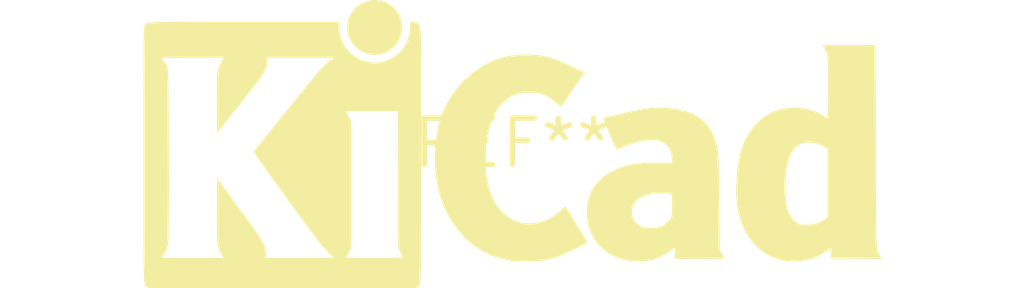
<source format=kicad_pcb>
(kicad_pcb (version 20240108) (generator pcbnew)
  (layers (0 "F.Cu" signal) (31 "B.Cu" signal) (34 "B.Paste" user) (35 "F.Paste" user) (36 "B.SilkS" user "B.Silkscreen") (37 "F.SilkS" user "F.Silkscreen") (38 "B.Mask" user) (39 "F.Mask" user) (44 "Edge.Cuts" user))
  (net 0 "")
  (footprint "KiCad-Logo_8mm_SilkScreen" (layer "F.Cu") (at 0 0)
    (property "Reference" "REF**")
    (property "Value" "KiCad-Logo_8mm_SilkScreen")
    (fp_poly (pts (xy -3.602318 -3.916067) (xy -3.466071 -3.868828) (xy -3.339221 -3.794473) (xy -3.225933 -3.693013) (xy -3.130372 -3.564457) (xy -3.087446 -3.483428) (xy -3.050295 -3.370092) (xy -3.032288 -3.239249) (xy -3.034283 -3.104735) (xy -3.056423 -2.982842) (xy -3.116936 -2.833893) (xy -3.204686 -2.704691) (xy -3.315212 -2.597777) (xy -3.444054 -2.515694) (xy -3.586753 -2.460984) (xy -3.738849 -2.43619) (xy -3.895881 -2.443853) (xy -3.973286 -2.460228) (xy -4.124141 -2.518911) (xy -4.258125 -2.608457) (xy -4.372006 -2.726107) (xy -4.462552 -2.869098) (xy -4.470212 -2.884714) (xy -4.496694 -2.943314) (xy -4.513322 -2.992666) (xy -4.52235 -3.04473) (xy -4.526032 -3.111461) (xy -4.526643 -3.184071) (xy -4.525633 -3.271309) (xy -4.521072 -3.334376) (xy -4.510666 -3.385364) (xy -4.492121 -3.436367) (xy -4.46923 -3.486687) (xy -4.383846 -3.62953) (xy -4.278699 -3.74519) (xy -4.157955 -3.833675) (xy -4.025779 -3.894995) (xy -3.886337 -3.929161) (xy -3.743795 -3.936182) (xy -3.602318 -3.916067)) (layer "F.SilkS") (stroke (width 0.01)) (fill solid))
    (fp_poly (pts (xy 0.581378 -2.430769) (xy 0.777019 -2.409351) (xy 0.966562 -2.371015) (xy 1.157717 -2.313762) (xy 1.358196 -2.235591) (xy 1.575708 -2.134504) (xy 1.61488 -2.114924) (xy 1.704772 -2.070638) (xy 1.789553 -2.030761) (xy 1.860855 -1.999102) (xy 1.91031 -1.979468) (xy 1.917908 -1.976996) (xy 1.990714 -1.955183) (xy 1.664803 -1.481056) (xy 1.585123 -1.365177) (xy 1.512272 -1.259306) (xy 1.44873 -1.167038) (xy 1.396972 -1.091967) (xy 1.359477 -1.037687) (xy 1.338723 -1.007793) (xy 1.335351 -1.003059) (xy 1.321655 -1.012958) (xy 1.287943 -1.042715) (xy 1.240244 -1.086927) (xy 1.21392 -1.111916) (xy 1.064772 -1.230544) (xy 0.897268 -1.320687) (xy 0.752928 -1.370064) (xy 0.666283 -1.385571) (xy 0.557796 -1.395021) (xy 0.440227 -1.398239) (xy 0.326334 -1.395049) (xy 0.228879 -1.385276) (xy 0.18999 -1.377791) (xy 0.014712 -1.317488) (xy -0.143235 -1.22541) (xy -0.283732 -1.101727) (xy -0.406665 -0.946607) (xy -0.511915 -0.760219) (xy -0.599365 -0.54273) (xy -0.6689 -0.294308) (xy -0.710225 -0.081643) (xy -0.721006 0.012241) (xy -0.728352 0.133524) (xy -0.732333 0.273493) (xy -0.733021 0.423431) (xy -0.730486 0.574622) (xy -0.7248 0.718351) (xy -0.716033 0.845903) (xy -0.704256 0.948562) (xy -0.701707 0.964401) (xy -0.645519 1.219536) (xy -0.568964 1.445342) (xy -0.471574 1.642831) (xy -0.352886 1.813014) (xy -0.268637 1.905022) (xy -0.11723 2.029943) (xy 0.048817 2.12254) (xy 0.226701 2.182309) (xy 0.413622 2.208746) (xy 0.606778 2.201348) (xy 0.803369 2.159611) (xy 0.919597 2.118771) (xy 1.080438 2.03699) (xy 1.246213 1.919678) (xy 1.339073 1.840345) (xy 1.391214 1.794429) (xy 1.43218 1.760742) (xy 1.455498 1.74451) (xy 1.458393 1.744015) (xy 1.4688 1.760601) (xy 1.495767 1.804432) (xy 1.536996 1.871748) (xy 1.590189 1.958794) (xy 1.65305 2.06181) (xy 1.723281 2.177041) (xy 1.762372 2.241231) (xy 2.060964 2.731677) (xy 1.688161 2.915915) (xy 1.553369 2.982093) (xy 1.444175 3.034278) (xy 1.353907 3.07506) (xy 1.275888 3.107033) (xy 1.203444 3.132787) (xy 1.129901 3.154914) (xy 1.048584 3.176007) (xy 0.970643 3.19453) (xy 0.901366 3.208863) (xy 0.828917 3.219694) (xy 0.746042 3.227626) (xy 0.645488 3.233258) (xy 0.520003 3.237192) (xy 0.435428 3.238891) (xy 0.314754 3.24005) (xy 0.199042 3.239465) (xy 0.095951 3.237304) (xy 0.013138 3.233732) (xy -0.04174 3.228917) (xy -0.044992 3.228437) (xy -0.329957 3.166786) (xy -0.597558 3.073285) (xy -0.847703 2.947993) (xy -1.080296 2.790974) (xy -1.295243 2.602289) (xy -1.49245 2.382) (xy -1.635273 2.186214) (xy -1.78732 1.929949) (xy -1.910227 1.659317) (xy -2.00459 1.372149) (xy -2.071001 1.066276) (xy -2.110056 0.739528) (xy -2.12236 0.407739) (xy -2.112241 0.086779) (xy -2.080439 -0.209354) (xy -2.025946 -0.485655) (xy -1.94775 -0.747119) (xy -1.844841 -0.998742) (xy -1.832553 -1.02481) (xy -1.69718 -1.268493) (xy -1.530911 -1.500382) (xy -1.338459 -1.715677) (xy -1.124534 -1.909578) (xy -0.893845 -2.077285) (xy -0.678891 -2.200304) (xy -0.461742 -2.296655) (xy -0.244132 -2.366449) (xy -0.017638 -2.411587) (xy 0.226166 -2.433969) (xy 0.371928 -2.437269) (xy 0.581378 -2.430769)) (layer "F.SilkS") (stroke (width 0.01)) (fill solid))
    (fp_poly (pts (xy 9.041571 -2.699911) (xy 9.195876 -2.699277) (xy 9.248321 -2.698958) (xy 9.9695 -2.694214) (xy 9.978571 0.072572) (xy 9.979769 0.447756) (xy 9.980832 0.788417) (xy 9.981827 1.096318) (xy 9.982823 1.373221) (xy 9.983888 1.620888) (xy 9.985091 1.841081) (xy 9.986499 2.035562) (xy 9.988182 2.206094) (xy 9.990206 2.35444) (xy 9.992641 2.482361) (xy 9.995554 2.59162) (xy 9.999015 2.683979) (xy 10.00309 2.7612) (xy 10.007849 2.825046) (xy 10.01336 2.877278) (xy 10.019691 2.91966) (xy 10.02691 2.953953) (xy 10.035085 2.98192) (xy 10.044285 3.005324) (xy 10.054577 3.025925) (xy 10.066031 3.045487) (xy 10.078715 3.065772) (xy 10.092695 3.088543) (xy 10.095561 3.093393) (xy 10.14364 3.175433) (xy 8.753928 3.165929) (xy 8.744857 3.013295) (xy 8.739918 2.940045) (xy 8.734771 2.897696) (xy 8.727786 2.880892) (xy 8.717337 2.884277) (xy 8.708571 2.89396) (xy 8.670388 2.929229) (xy 8.608155 2.974563) (xy 8.530641 3.024546) (xy 8.446613 3.073761) (xy 8.364839 3.116791) (xy 8.302052 3.145101) (xy 8.154954 3.191624) (xy 7.98618 3.224579) (xy 7.808191 3.242707) (xy 7.633447 3.24475) (xy 7.474407 3.229447) (xy 7.471788 3.229009) (xy 7.254168 3.174402) (xy 7.050455 3.087401) (xy 6.862613 2.969876) (xy 6.692607 2.823697) (xy 6.542402 2.650734) (xy 6.413964 2.452857) (xy 6.309257 2.231936) (xy 6.252246 2.068286) (xy 6.214651 1.931375) (xy 6.186771 1.798798) (xy 6.167753 1.662502) (xy 6.156745 1.514433) (xy 6.152895 1.346537) (xy 6.1546 1.20944) (xy 7.493359 1.20944) (xy 7.499694 1.439329) (xy 7.519679 1.637111) (xy 7.553927 1.804539) (xy 7.603055 1.943369) (xy 7.667676 2.055358) (xy 7.748405 2.142259) (xy 7.841591 2.203692) (xy 7.89008 2.226626) (xy 7.932134 2.240375) (xy 7.97902 2.246666) (xy 8.042004 2.247222) (xy 8.109857 2.244773) (xy 8.243295 2.233004) (xy 8.348832 2.209955) (xy 8.382 2.19841) (xy 8.457735 2.164311) (xy 8.537614 2.121491) (xy 8.5725 2.100057) (xy 8.663214 2.040556) (xy 8.663214 0.154584) (xy 8.563428 0.094771) (xy 8.424267 0.027185) (xy 8.282087 -0.012786) (xy 8.14209 -0.025378) (xy 8.009474 -0.010827) (xy 7.88944 0.030632) (xy 7.787188 0.098763) (xy 7.754195 0.131466) (xy 7.674667 0.238619) (xy 7.610299 0.368327) (xy 7.560553 0.522814) (xy 7.524891 0.704302) (xy 7.502775 0.915015) (xy 7.493667 1.157175) (xy 7.493359 1.20944) (xy 6.1546 1.20944) (xy 6.15531 1.152374) (xy 6.170605 0.853713) (xy 6.201358 0.584325) (xy 6.248381 0.340285) (xy 6.312482 0.11767) (xy 6.394472 -0.087444) (xy 6.42373 -0.148254) (xy 6.541581 -0.34656) (xy 6.683996 -0.522788) (xy 6.847629 -0.674092) (xy 7.029131 -0.797629) (xy 7.225153 -0.890553) (xy 7.342655 -0.928885) (xy 7.458054 -0.951641) (xy 7.596907 -0.96518) (xy 7.747574 -0.969508) (xy 7.898413 -0.964632) (xy 8.037785 -0.950556) (xy 8.149691 -0.928475) (xy 8.282884 -0.885172) (xy 8.411979 -0.829489) (xy 8.524928 -0.767064) (xy 8.585043 -0.724697) (xy 8.62651 -0.693193) (xy 8.655545 -0.67401) (xy 8.66215 -0.671286) (xy 8.664198 -0.688837) (xy 8.666107 -0.739125) (xy 8.667836 -0.8186) (xy 8.669341 -0.923714) (xy 8.670581 -1.050917) (xy 8.671513 -1.196661) (xy 8.672095 -1.357397) (xy 8.672286 -1.521116) (xy 8.672179 -1.730812) (xy 8.671658 -1.907604) (xy 8.670416 -2.054874) (xy 8.668148 -2.176003) (xy 8.66455 -2.274373) (xy 8.659317 -2.353366) (xy 8.652144 -2.416362) (xy 8.642726 -2.466745) (xy 8.630758 -2.507895) (xy 8.615935 -2.543194) (xy 8.597952 -2.576023) (xy 8.576505 -2.609765) (xy 8.573745 -2.613943) (xy 8.546083 -2.657644) (xy 8.529382 -2.687695) (xy 8.527143 -2.694033) (xy 8.544643 -2.696033) (xy 8.594574 -2.69766) (xy 8.673085 -2.698888) (xy 8.776323 -2.699689) (xy 8.900436 -2.700039) (xy 9.041571 -2.699911)) (layer "F.SilkS") (stroke (width 0.01)) (fill solid))
    (fp_poly (pts (xy 4.185632 -0.97227) (xy 4.275523 -0.965465) (xy 4.532715 -0.931247) (xy 4.760485 -0.876669) (xy 4.959943 -0.80098) (xy 5.132197 -0.70343) (xy 5.278359 -0.583268) (xy 5.399536 -0.439742) (xy 5.496839 -0.272102) (xy 5.567891 -0.090714) (xy 5.585927 -0.032854) (xy 5.601632 0.021329) (xy 5.615192 0.074752) (xy 5.626792 0.130333) (xy 5.636617 0.190988) (xy 5.644853 0.259635) (xy 5.651684 0.33919) (xy 5.657295 0.432572) (xy 5.661872 0.542696) (xy 5.6656 0.672481) (xy 5.668665 0.824842) (xy 5.67125 1.002698) (xy 5.673542 1.208965) (xy 5.675725 1.446561) (xy 5.677286 1.632857) (xy 5.687785 2.911929) (xy 5.755821 3.035018) (xy 5.788038 3.094317) (xy 5.812012 3.140377) (xy 5.82345 3.164893) (xy 5.823857 3.166553) (xy 5.806375 3.168454) (xy 5.756574 3.170205) (xy 5.678421 3.171758) (xy 5.575882 3.173062) (xy 5.452922 3.17407) (xy 5.31351 3.174731) (xy 5.161611 3.174997) (xy 5.1435 3.175) (xy 4.463143 3.175) (xy 4.463143 3.020786) (xy 4.461982 2.951094) (xy 4.458887 2.897794) (xy 4.454432 2.869217) (xy 4.452463 2.866572) (xy 4.434455 2.877653) (xy 4.397393 2.906736) (xy 4.349222 2.947579) (xy 4.348141 2.948524) (xy 4.260235 3.013971) (xy 4.149217 3.079688) (xy 4.027631 3.139219) (xy 3.908021 3.186109) (xy 3.855357 3.202133) (xy 3.750551 3.222485) (xy 3.62195 3.235472) (xy 3.481325 3.240909) (xy 3.340448 3.238611) (xy 3.211093 3.228392) (xy 3.120571 3.213689) (xy 2.89858 3.148499) (xy 2.698729 3.055594) (xy 2.522319 2.936126) (xy 2.37065 2.791247) (xy 2.245024 2.62211) (xy 2.146741 2.429867) (xy 2.104341 2.313214) (xy 2.077768 2.199833) (xy 2.060158 2.063722) (xy 2.05201 1.917437) (xy 2.052278 1.896151) (xy 3.279321 1.896151) (xy 3.289496 2.00485) (xy 3.323378 2.095185) (xy 3.386 2.178995) (xy 3.410052 2.203571) (xy 3.495551 2.270011) (xy 3.594373 2.312574) (xy 3.712768 2.333177) (xy 3.837445 2.334694) (xy 3.955698 2.324677) (xy 4.046239 2.305085) (xy 4.08556 2.29037) (xy 4.156432 2.250265) (xy 4.231525 2.193863) (xy 4.300038 2.130561) (xy 4.351172 2.069755) (xy 4.36475 2.047449) (xy 4.375305 2.016212) (xy 4.38281 1.966507) (xy 4.387613 1.893587) (xy 4.390065 1.792703) (xy 4.390571 1.696689) (xy 4.390228 1.58475) (xy 4.388843 1.503809) (xy 4.385881 1.448585) (xy 4.380808 1.413794) (xy 4.37309 1.394154) (xy 4.362192 1.38438) (xy 4.358821 1.382824) (xy 4.329529 1.378029) (xy 4.271756 1.374108) (xy 4.193304 1.371414) (xy 4.101974 1.370299) (xy 4.082143 1.370298) (xy 3.960063 1.372246) (xy 3.865749 1.378041) (xy 3.790807 1.388475) (xy 3.728903 1.403714) (xy 3.575349 1.461784) (xy 3.454932 1.533179) (xy 3.36661 1.619039) (xy 3.309339 1.720507) (xy 3.282078 1.838725) (xy 3.279321 1.896151) (xy 2.052278 1.896151) (xy 2.053823 1.773533) (xy 2.066096 1.644565) (xy 2.07567 1.59246) (xy 2.136801 1.398997) (xy 2.229757 1.220993) (xy 2.352783 1.060155) (xy 2.504124 0.91819) (xy 2.682025 0.796806) (xy 2.884732 0.697709) (xy 3.057071 0.637533) (xy 3.172253 0.605919) (xy 3.282423 0.581354) (xy 3.394719 0.563039) (xy 3.516275 0.550178) (xy 3.654229 0.541972) (xy 3.815715 0.537624) (xy 3.961715 0.5364) (xy 4.394645 0.535215) (xy 4.386351 0.40508) (xy 4.362801 0.263883) (xy 4.312703 0.142518) (xy 4.238191 0.044017) (xy 4.141399 -0.028591) (xy 4.056171 -0.064021) (xy 3.934056 -0.08635) (xy 3.788683 -0.089557) (xy 3.626867 -0.074823) (xy 3.455422 -0.04333) (xy 3.281163 0.00374) (xy 3.110904 0.065203) (xy 2.987176 0.121417) (xy 2.927647 0.150283) (xy 2.882242 0.170443) (xy 2.85915 0.17831) (xy 2.857897 0.178058) (xy 2.849929 0.160437) (xy 2.830031 0.113733) (xy 2.800077 0.042418) (xy 2.761939 -0.049031) (xy 2.717488 -0.156141) (xy 2.672305 -0.265451) (xy 2.491667 -0.70326) (xy 2.620155 -0.724364) (xy 2.675846 -0.734953) (xy 2.759564 -0.752737) (xy 2.864139 -0.776102) (xy 2.982399 -0.803435) (xy 3.107172 -0.833119) (xy 3.156857 -0.845182) (xy 3.371807 -0.895038) (xy 3.559995 -0.932416) (xy 3.728446 -0.958073) (xy 3.884186 -0.972765) (xy 4.03424 -0.977245) (xy 4.185632 -0.97227)) (layer "F.SilkS") (stroke (width 0.01)) (fill solid))
    (fp_poly (pts (xy -7.870089 -3.33834) (xy -7.52054 -3.338293) (xy -7.35783 -3.338286) (xy -4.753429 -3.338285) (xy -4.753429 -3.184762) (xy -4.737043 -2.997937) (xy -4.687588 -2.825633) (xy -4.60462 -2.666825) (xy -4.487695 -2.52049) (xy -4.448136 -2.480968) (xy -4.30583 -2.368862) (xy -4.148922 -2.287101) (xy -3.982072 -2.235647) (xy -3.809939 -2.214463) (xy -3.637185 -2.223513) (xy -3.46847 -2.262758) (xy -3.308454 -2.332162) (xy -3.161798 -2.431689) (xy -3.095932 -2.491735) (xy -2.973192 -2.638957) (xy -2.883188 -2.800853) (xy -2.826706 -2.975573) (xy -2.804529 -3.161265) (xy -2.804234 -3.179533) (xy -2.803072 -3.33828) (xy -2.7333 -3.338283) (xy -2.671405 -3.329882) (xy -2.614865 -3.309444) (xy -2.611128 -3.307333) (xy -2.598358 -3.300707) (xy -2.586632 -3.295546) (xy -2.575906 -3.290349) (xy -2.566139 -3.28361) (xy -2.557288 -3.273829) (xy -2.549311 -3.2595) (xy -2.542165 -3.239122) (xy -2.535808 -3.211192) (xy -2.530198 -3.174205) (xy -2.525293 -3.12666) (xy -2.521049 -3.067053) (xy -2.517424 -2.993881) (xy -2.514377 -2.905641) (xy -2.511864 -2.80083) (xy -2.509844 -2.677945) (xy -2.508274 -2.535483) (xy -2.507112 -2.37194) (xy -2.506314 -2.185814) (xy -2.50584 -1.975602) (xy -2.505646 -1.7398) (xy -2.50569 -1.476906) (xy -2.50593 -1.185416) (xy -2.506323 -0.863828) (xy -2.506827 -0.510638) (xy -2.5074 -0.124343) (xy -2.507999 0.29656) (xy -2.508068 0.34784) (xy -2.508605 0.771426) (xy -2.509061 1.16023) (xy -2.509484 1.515753) (xy -2.509921 1.839498) (xy -2.510422 2.132966) (xy -2.511035 2.397661) (xy -2.511808 2.635085) (xy -2.512789 2.84674) (xy -2.514026 3.034129) (xy -2.515568 3.198754) (xy -2.517463 3.342117) (xy -2.519759 3.46572) (xy -2.522504 3.571067) (xy -2.525747 3.659659) (xy -2.529536 3.733) (xy -2.533919 3.79259) (xy -2.538945 3.839933) (xy -2.544661 3.876531) (xy -2.551116 3.903886) (xy -2.558359 3.923502) (xy -2.566437 3.936879) (xy -2.575398 3.945521) (xy -2.585292 3.95093) (xy -2.596165 3.954608) (xy -2.608067 3.958058) (xy -2.621046 3.962782) (xy -2.624217 3.96422) (xy -2.634181 3.967451) (xy -2.650859 3.97042) (xy -2.675707 3.973137) (xy -2.71018 3.975613) (xy -2.755736 3.977858) (xy -2.81383 3.979883) (xy -2.885919 3.981698) (xy -2.973458 3.983315) (xy -3.077905 3.984743) (xy -3.200715 3.985993) (xy -3.343345 3.987076) (xy -3.507251 3.988002) (xy -3.69389 3.988782) (xy -3.904716 3.989426) (xy -4.141188 3.989946) (xy -4.404761 3.990351) (xy -4.69689 3.990652) (xy -5.019034 3.99086) (xy -5.372647 3.990985) (xy -5.759186 3.991038) (xy -6.180108 3.991029) (xy -6.316456 3.991016) (xy -6.746716 3.990947) (xy -7.142164 3.990834) (xy -7.504273 3.990665) (xy -7.834517 3.99043) (xy -8.134371 3.990116) (xy -8.405308 3.989713) (xy -8.6488 3.989207) (xy -8.866323 3.988589) (xy -9.05935 3.987846) (xy -9.229354 3.986968) (xy -9.37781 3.985941) (xy -9.50619 3.984756) (xy -9.615969 3.9834) (xy -9.70862 3.981862) (xy -9.785617 3.98013) (xy -9.848434 3.978194) (xy -9.898544 3.97604) (xy -9.937421 3.973659) (xy -9.966538 3.971037) (xy -9.987371 3.968165) (xy -10.001391 3.96503) (xy -10.009034 3.962159) (xy -10.022618 3.95643) (xy -10.03509 3.952206) (xy -10.046498 3.947985) (xy -10.056889 3.942268) (xy -10.066309 3.933555) (xy -10.074808 3.920345) (xy -10.08243 3.901137) (xy -10.089225 3.874433) (xy -10.095238 3.83873) (xy -10.100517 3.79253) (xy -10.10511 3.734332) (xy -10.109064 3.662635) (xy -10.112425 3.57594) (xy -10.115241 3.472746) (xy -10.11756 3.351553) (xy -10.119428 3.21086) (xy -10.119916 3.156857) (xy -9.635704 3.156857) (xy -7.924256 3.156857) (xy -7.957187 3.106964) (xy -7.989947 3.055693) (xy -8.017689 3.006869) (xy -8.040807 2.957076) (xy -8.059697 2.902898) (xy -8.074751 2.840916) (xy -8.086367 2.767715) (xy -8.094936 2.679878) (xy -8.100856 2.573988) (xy -8.104519 2.446628) (xy -8.106321 2.294381) (xy -8.106656 2.113832) (xy -8.105919 1.901562) (xy -8.105501 1.822755) (xy -8.100786 0.977911) (xy -7.565572 1.706557) (xy -7.413946 1.913265) (xy -7.282581 2.09326) (xy -7.170057 2.248925) (xy -7.074957 2.382647) (xy -6.995862 2.496809) (xy -6.931353 2.593797) (xy -6.880012 2.675994) (xy -6.84042 2.745786) (xy -6.81116 2.805558) (xy -6.790812 2.857693) (xy -6.777958 2.904576) (xy -6.771181 2.948593) (xy -6.76906 2.992127) (xy -6.770179 3.037564) (xy -6.770464 3.043275) (xy -6.776357 3.156933) (xy -4.900771 3.156857) (xy -5.040278 3.016189) (xy -5.078135 2.977715) (xy -5.114047 2.940279) (xy -5.149593 2.901814) (xy -5.186347 2.860258) (xy -5.225886 2.813545) (xy -5.269786 2.75961) (xy -5.319623 2.69639) (xy -5.376972 2.621818) (xy -5.443411 2.533832) (xy -5.520515 2.430365) (xy -5.609861 2.309354) (xy -5.713024 2.168734) (xy -5.83158 2.00644) (xy -5.967105 1.820407) (xy -6.121177 1.608571) (xy -6.247462 1.434804) (xy -6.405954 1.216501) (xy -6.544216 1.025629) (xy -6.663499 0.860374) (xy -6.765057 0.718926) (xy -6.850141 0.599471) (xy -6.920005 0.500198) (xy -6.9759 0.419295) (xy -7.01908 0.354949) (xy -7.050797 0.305347) (xy -7.072302 0.268679) (xy -7.08485 0.243132) (xy -7.089692 0.226893) (xy -7.088237 0.218355) (xy -7.070599 0.195635) (xy -7.032466 0.147543) (xy -6.976138 0.076938) (xy -6.903916 -0.013322) (xy -6.818101 -0.120379) (xy -6.720994 -0.241373) (xy -6.614896 -0.373446) (xy -6.502109 -0.51374) (xy -6.384932 -0.659397) (xy -6.265667 -0.807556) (xy -6.200067 -0.889) (xy -4.571314 -0.889) (xy -4.503621 -0.766535) (xy -4.435929 -0.644071) (xy -4.435929 2.911929) (xy -4.503621 3.034393) (xy -4.571314 3.156857) (xy -3.770559 3.156857) (xy -3.579398 3.156802) (xy -3.421501 3.156551) (xy -3.293848 3.155979) (xy -3.193419 3.154959) (xy -3.117193 3.153365) (xy -3.062148 3.15107) (xy -3.025264 3.14795) (xy -3.003521 3.143877) (xy -2.993898 3.138725) (xy -2.993373 3.132367) (xy -2.998926 3.124679) (xy -2.998984 3.124615) (xy -3.02186 3.091524) (xy -3.052151 3.037719) (xy -3.078903 2.984008) (xy -3.129643 2.875643) (xy -3.134818 0.993322) (xy -3.139993 -0.889) (xy -4.571314 -0.889) (xy -6.200067 -0.889) (xy -6.146615 -0.955361) (xy -6.030077 -1.099953) (xy -5.918354 -1.238472) (xy -5.813746 -1.368061) (xy -5.718556 -1.48586) (xy -5.635083 -1.589012) (xy -5.565629 -1.674657) (xy -5.512494 -1.739938) (xy -5.481285 -1.778) (xy -5.360097 -1.92033) (xy -5.243507 -2.04877) (xy -5.135603 -2.159114) (xy -5.04047 -2.247159) (xy -4.972957 -2.301138) (xy -4.893127 -2.358571) (xy -6.729108 -2.358571) (xy -6.728592 -2.250835) (xy -6.733724 -2.171628) (xy -6.753015 -2.098195) (xy -6.782877 -2.028585) (xy -6.802288 -1.989259) (xy -6.823159 -1.950293) (xy -6.847396 -1.909099) (xy -6.876906 -1.863092) (xy -6.913594 -1.809683) (xy -6.959368 -1.746286) (xy -7.016135 -1.670315) (xy -7.0858 -1.579183) (xy -7.17027 -1.470302) (xy -7.271453 -1.341086) (xy -7.391253 -1.188948) (xy -7.531579 -1.011302) (xy -7.547429 -0.991258) (xy -8.100786 -0.291492) (xy -8.106143 -1.066496) (xy -8.107221 -1.298632) (xy -8.106992 -1.495154) (xy -8.105443 -1.656708) (xy -8.102563 -1.783944) (xy -8.098341 -1.877508) (xy -8.092766 -1.938048) (xy -8.090893 -1.949532) (xy -8.061495 -2.070501) (xy -8.022978 -2.179554) (xy -7.979026 -2.267237) (xy -7.952621 -2.304426) (xy -7.90706 -2.358571) (xy -8.77153 -2.358571) (xy -8.977745 -2.358395) (xy -9.150188 -2.357821) (xy -9.291373 -2.356783) (xy -9.403812 -2.355213) (xy -9.490017 -2.353046) (xy -9.552502 -2.350212) (xy -9.593779 -2.346647) (xy -9.61636 -2.342282) (xy -9.622759 -2.337051) (xy -9.622317 -2.335893) (xy -9.603991 -2.308231) (xy -9.573396 -2.264385) (xy -9.557567 -2.242209) (xy -9.541202 -2.22008) (xy -9.526492 -2.200291) (xy -9.513344 -2.180894) (xy -9.501667 -2.159942) (xy -9.491368 -2.135488) (xy -9.482354 -2.105584) (xy -9.474532 -2.068283) (xy -9.467809 -2.021637) (xy -9.462094 -1.963699) (xy -9.457293 -1.892521) (xy -9.453315 -1.806156) (xy -9.450065 -1.702656) (xy -9.447452 -1.580075) (xy -9.445383 -1.436463) (xy -9.443766 -1.269875) (xy -9.442507 -1.078363) (xy -9.441515 -0.859978) (xy -9.440696 -0.612774) (xy -9.439958 -0.334804) (xy -9.439209 -0.024119) (xy -9.438508 0.2613) (xy -9.437847 0.579492) (xy -9.437503 0.883077) (xy -9.437468 1.170115) (xy -9.437732 1.438669) (xy -9.438285 1.686798) (xy -9.43912 1.912563) (xy -9.440227 2.114026) (xy -9.441596 2.289246) (xy -9.443219 2.436286) (xy -9.445087 2.553206) (xy -9.447189 2.638067) (xy -9.449518 2.688929) (xy -9.449959 2.694304) (xy -9.466008 2.817613) (xy -9.491064 2.916644) (xy -9.529221 3.00307) (xy -9.584572 3.088565) (xy -9.591496 3.097893) (xy -9.635704 3.156857) (xy -10.119916 3.156857) (xy -10.120892 3.049168) (xy -10.122001 2.864976) (xy -10.122801 2.656784) (xy -10.123339 2.423091) (xy -10.123662 2.162398) (xy -10.123817 1.873204) (xy -10.123854 1.554009) (xy -10.123817 1.203313) (xy -10.123755 0.819614) (xy -10.123715 0.401414) (xy -10.123714 0.318393) (xy -10.123691 -0.104211) (xy -10.123612 -0.492019) (xy -10.123467 -0.84652) (xy -10.123244 -1.169203) (xy -10.122931 -1.461558) (xy -10.122517 -1.725073) (xy -10.121991 -1.961238) (xy -10.12134 -2.171542) (xy -10.120553 -2.357474) (xy -10.119619 -2.520525) (xy -10.118526 -2.662182) (xy -10.117263 -2.783936) (xy -10.115817 -2.887275) (xy -10.114179 -2.973689) (xy -10.112334 -3.044667) (xy -10.110274 -3.101699) (xy -10.107985 -3.146273) (xy -10.105456 -3.179879) (xy -10.102676 -3.204007) (xy -10.099633 -3.220144) (xy -10.096316 -3.229782) (xy -10.096193 -3.230022) (xy -10.08936 -3.244745) (xy -10.08367 -3.258074) (xy -10.077374 -3.270078) (xy -10.068728 -3.280827) (xy -10.055986 -3.290389) (xy -10.0374 -3.298833) (xy -10.011226 -3.306229) (xy -9.975716 -3.312646) (xy -9.929125 -3.318152) (xy -9.869707 -3.322817) (xy -9.795715 -3.326709) (xy -9.705403 -3.329898) (xy -9.597025 -3.332453) (xy -9.468835 -3.334442) (xy -9.319087 -3.335935) (xy -9.146034 -3.337002) (xy -8.947931 -3.337709) (xy -8.723031 -3.338128) (xy -8.469588 -3.338327) (xy -8.185856 -3.338374) (xy -7.870089 -3.33834)) (layer "F.SilkS") (stroke (width 0.01)) (fill solid))
  )
)
</source>
